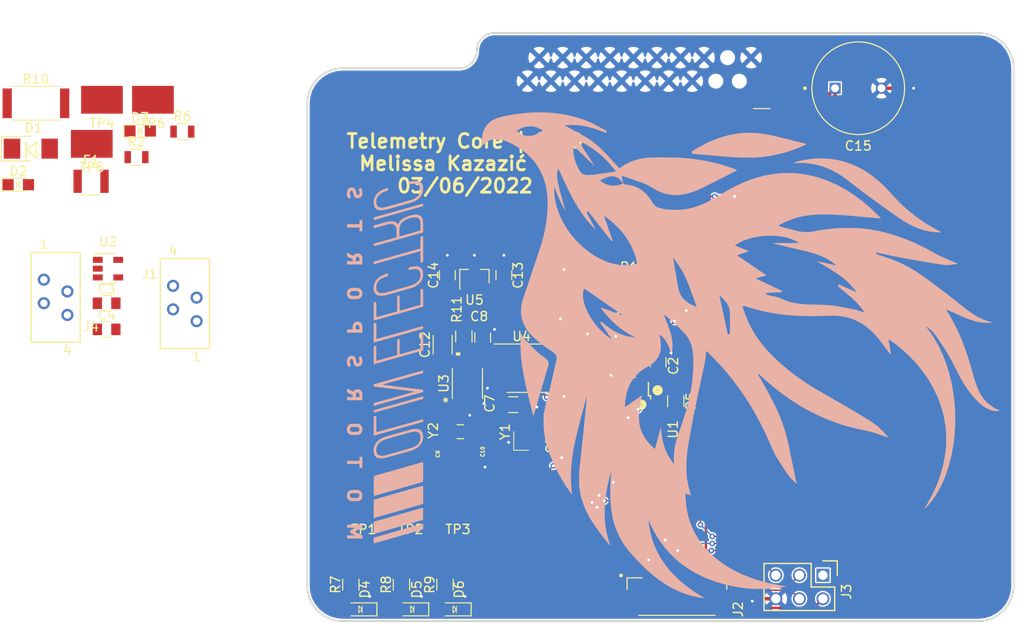
<source format=kicad_pcb>
(kicad_pcb (version 20171130) (host pcbnew 5.1.10-88a1d61d58~90~ubuntu20.04.1)
  (title_block (title "Telemetry Core V0") (comment 1 "Melissa Kazazic"))
  (layers (0 F.Cu signal) (31 B.Cu signal) (34 B.Paste user) (35 F.Paste user) (36 B.SilkS user hide) (37 F.SilkS user) (38 B.Mask user) (39 F.Mask user) (44 Edge.Cuts user))
  (net 0 "")
  (net 1 GND)
  (net 2 /12V)
  (net 3 +5V)
  (net 4 "Net-(C2-Pad1)")
  (net 5 "Net-(C3-Pad1)")
  (net 6 "Net-(C5-Pad1)")
  (net 7 "Net-(C7-Pad1)")
  (net 8 +3V3)
  (net 9 "Net-(C9-Pad1)")
  (net 10 "Net-(C10-Pad1)")
  (net 11 "Net-(C12-Pad2)")
  (net 12 "Net-(D2-Pad2)")
  (net 13 "Net-(D3-Pad2)")
  (net 14 "Net-(D4-Pad2)")
  (net 15 "Net-(D5-Pad2)")
  (net 16 "Net-(D6-Pad2)")
  (net 17 /12V_IN)
  (net 18 /CAN_P)
  (net 19 /CAN_N)
  (net 20 "Net-(J2-PadS1)")
  (net 21 "Net-(J2-PadS2)")
  (net 22 /RTS_RADIO)
  (net 23 /CTS_RADIO)
  (net 24 /MOSI)
  (net 25 /RXD_RADIO)
  (net 26 /MISO)
  (net 27 /RESET)
  (net 28 /P_LED_1)
  (net 29 /P_LED_2)
  (net 30 /P_LED_3)
  (net 31 "Net-(R11-Pad2)")
  (net 32 "Net-(U1-Pad3)")
  (net 33 /CAN_TX)
  (net 34 /CAN_RX)
  (net 35 /SO_ATMEGA)
  (net 36 /SI_ATMEGA)
  (net 37 /CSB)
  (net 38 "Net-(U1-Pad14)")
  (net 39 "Net-(U1-Pad15)")
  (net 40 "Net-(U1-Pad17)")
  (net 41 "Net-(U1-Pad18)")
  (net 42 "Net-(U1-Pad21)")
  (net 43 "Net-(U1-Pad22)")
  (net 44 "Net-(U1-Pad25)")
  (net 45 "Net-(U1-Pad28)")
  (net 46 "Net-(U1-Pad29)")
  (net 47 "Net-(U1-Pad30)")
  (net 48 "Net-(U1-Pad32)")
  (net 49 /SI_RTC)
  (net 50 /SO_RTC)
  (net 51 /SCK_RTC)
  (net 52 /CSB_RTC)
  (net 53 "Net-(U4-Pad6)")
  (net 54 "Net-(U4-Pad9)")
  (net 55 /SCK_ATMEGA)
  (net 56 "Net-(U6-Pad5)")
  (net 57 "Net-(C4-Pad1)")
  (module footprints:Logo_Large (layer B.Cu) (at 124.968 123.698 90)
    (fp_text reference G*** hide)
    (fp_text value LOGO hide)
  )
  (module footprints:phoenix (layer B.Cu) (at 163.322 122.936 180)
    (fp_text reference G*** hide)
    (fp_text value LOGO hide)
  )
  (module footprints:C_0805_OEM (layer F.Cu) (at 150.114 122.301 180)
    (fp_text reference C1 (at 2.413 -0.127 270) (layer F.SilkS))
    (fp_text value C_0.1uF hide)
    (pad 1 smd rect (at -1 0 180) (size 1 1.25) (layers F.Cu F.Paste F.Mask) (net 3 +5V))
    (pad 2 smd rect (at 1 0 180) (size 1 1.25) (layers F.Cu F.Paste F.Mask) (net 1 GND))
  )
  (module footprints:C_0805_OEM (layer F.Cu) (at 154.432 123.698 90)
    (fp_text reference C2 (at -0.381 1.651 90) (layer F.SilkS))
    (fp_text value C_100pF hide)
    (pad 2 smd rect (at 1 0 90) (size 1 1.25) (layers F.Cu F.Paste F.Mask) (net 1 GND))
    (pad 1 smd rect (at -1 0 90) (size 1 1.25) (layers F.Cu F.Paste F.Mask) (net 4 "Net-(C2-Pad1)"))
  )
  (module footprints:C_0805_OEM (layer F.Cu) (at 143.002 129.667 90)
    (fp_text reference C5 (at -2.921 -0.127 90) (layer F.SilkS))
    (fp_text value C_30pF hide)
    (pad 1 smd rect (at -1 0 90) (size 1 1.25) (layers F.Cu F.Paste F.Mask) (net 6 "Net-(C5-Pad1)"))
    (pad 2 smd rect (at 1 0 90) (size 1 1.25) (layers F.Cu F.Paste F.Mask) (net 1 GND))
  )
  (module footprints:C_0805_OEM (layer F.Cu) (at 138.811 128.27)
    (fp_text reference C7 (at -2.54 -0.127 270) (layer F.SilkS))
    (fp_text value C_30pF hide)
    (pad 2 smd rect (at 1 0) (size 1 1.25) (layers F.Cu F.Paste F.Mask) (net 1 GND))
    (pad 1 smd rect (at -1 0) (size 1 1.25) (layers F.Cu F.Paste F.Mask) (net 7 "Net-(C7-Pad1)"))
  )
  (module footprints:C_0805_OEM (layer F.Cu) (at 135.509 121.031 270)
    (fp_text reference C8 (at -2.286 0.381 180) (layer F.SilkS))
    (fp_text value C_0.1uF hide)
    (pad 2 smd rect (at 1 0 270) (size 1 1.25) (layers F.Cu F.Paste F.Mask) (net 8 +3V3))
    (pad 1 smd rect (at -1 0 270) (size 1 1.25) (layers F.Cu F.Paste F.Mask) (net 1 GND))
  )
  (module footprints:C_10pf (layer F.Cu) (at 132.08 134.239 270)
    (fp_text reference C9 (at -0.635 1.397 90) (layer F.SilkS) (effects (font (size 0.393701 0.393701))))
    (fp_text value C_10pf)
    (pad 2 smd rect (at 0.89 0 270) (size 1.14 1.47) (layers F.Cu F.Paste F.Mask) (net 1 GND))
    (pad 1 smd rect (at -0.89 0 270) (size 1.14 1.47) (layers F.Cu F.Paste F.Mask) (net 9 "Net-(C9-Pad1)"))
  )
  (module footprints:C_10pf (layer F.Cu) (at 134.112 134.239 270)
    (fp_text reference C10 (at -0.889 -1.397 90) (layer F.SilkS) (effects (font (size 0.393701 0.393701))))
    (fp_text value C_10pf)
    (pad 1 smd rect (at -0.89 0 270) (size 1.14 1.47) (layers F.Cu F.Paste F.Mask) (net 10 "Net-(C10-Pad1)"))
    (pad 2 smd rect (at 0.89 0 270) (size 1.14 1.47) (layers F.Cu F.Paste F.Mask) (net 1 GND))
  )
  (module footprints:C_0805_OEM (layer F.Cu) (at 142.494 120.523)
    (fp_text reference C11 (at -0.381 -1.651 180) (layer F.SilkS))
    (fp_text value C_0.1uF hide)
    (pad 2 smd rect (at 1 0) (size 1 1.25) (layers F.Cu F.Paste F.Mask) (net 1 GND))
    (pad 1 smd rect (at -1 0) (size 1 1.25) (layers F.Cu F.Paste F.Mask) (net 3 +5V))
  )
  (module footprints:C_1206_OEM (layer F.Cu) (at 131.191 121.793 270)
    (fp_text reference C12 (at 0 1.905 90) (layer F.SilkS))
    (fp_text value C_10nF hide)
    (pad 1 smd rect (at -1.5 0 270) (size 1 1.6) (layers F.Cu F.Paste F.Mask) (net 8 +3V3))
    (pad 2 smd rect (at 1.5 0 270) (size 1 1.6) (layers F.Cu F.Paste F.Mask) (net 11 "Net-(C12-Pad2)"))
  )
  (module footprints:C_0805_OEM (layer F.Cu) (at 137.795 114.3 90)
    (fp_text reference C13 (at 0 1.524 90) (layer F.SilkS))
    (fp_text value C_0.1uF hide)
    (pad 2 smd rect (at 1 0 90) (size 1 1.25) (layers F.Cu F.Paste F.Mask) (net 1 GND))
    (pad 1 smd rect (at -1 0 90) (size 1 1.25) (layers F.Cu F.Paste F.Mask) (net 3 +5V))
  )
  (module footprints:C_0805_OEM (layer F.Cu) (at 131.699 114.3 90)
    (fp_text reference C14 (at 0 -1.5 90) (layer F.SilkS))
    (fp_text value C_0.1uF hide)
    (pad 1 smd rect (at -1 0 90) (size 1 1.25) (layers F.Cu F.Paste F.Mask) (net 8 +3V3))
    (pad 2 smd rect (at 1 0 90) (size 1 1.25) (layers F.Cu F.Paste F.Mask) (net 1 GND))
  )
  (module footprints:C_radial_10mm_5mm (layer F.Cu) (at 176.022 94.107)
    (fp_text reference C15 (at 0 6.223) (layer F.SilkS))
    (fp_text value C_radial_10mm_5mm)
    (pad N thru_hole circle (at 2.5 0) (size 1.2 1.2) (drill 0.85) (layers *.Cu *.Mask) (net 1 GND))
    (pad P thru_hole rect (at -2.5 0) (size 1.2 1.2) (drill 0.85) (layers *.Cu *.Mask) (net 2 /12V))
  )
  (module footprints:C_0805_OEM (layer F.Cu) (at 151.384 119.38 270)
    (fp_text reference C16 (at -0.381 -1.524 90) (layer F.SilkS))
    (fp_text value C_0.1uF hide)
    (pad 1 smd rect (at -1 0 270) (size 1 1.25) (layers F.Cu F.Paste F.Mask) (net 3 +5V))
    (pad 2 smd rect (at 1 0 270) (size 1 1.25) (layers F.Cu F.Paste F.Mask) (net 1 GND))
  )
  (module footprints:LED_0805_OEM (layer F.Cu) (at 122.301 150.368 180)
    (fp_text reference D4 (at -0.508 2.159 90) (layer F.SilkS))
    (fp_text value LED_0805 hide)
    (pad 2 smd rect (at 1.1 0) (size 1.2 1.2) (layers F.Cu F.Paste F.Mask) (net 14 "Net-(D4-Pad2)"))
    (pad 1 smd rect (at -1.1 0) (size 1.2 1.2) (layers F.Cu F.Paste F.Mask) (net 1 GND))
  )
  (module footprints:LED_0805_OEM (layer F.Cu) (at 127.889 150.368 180)
    (fp_text reference D5 (at -0.508 2.159 90) (layer F.SilkS))
    (fp_text value LED_0805 hide)
    (pad 2 smd rect (at 1.1 0) (size 1.2 1.2) (layers F.Cu F.Paste F.Mask) (net 15 "Net-(D5-Pad2)"))
    (pad 1 smd rect (at -1.1 0) (size 1.2 1.2) (layers F.Cu F.Paste F.Mask) (net 1 GND))
  )
  (module footprints:LED_0805_OEM (layer F.Cu) (at 132.461 150.368 180)
    (fp_text reference D6 (at -0.508 2.159 90) (layer F.SilkS))
    (fp_text value LED_0805 hide)
    (pad 1 smd rect (at -1.1 0) (size 1.2 1.2) (layers F.Cu F.Paste F.Mask) (net 1 GND))
    (pad 2 smd rect (at 1.1 0) (size 1.2 1.2) (layers F.Cu F.Paste F.Mask) (net 16 "Net-(D6-Pad2)"))
  )
  (module footprints:SOT-23-3_OEM (layer F.Cu) (at 166.624 97.917 180)
    (fp_text reference D7 (at 0.762 -2.667) (layer F.SilkS))
    (fp_text value BAT400D-7-F hide)
    (pad 3 smd rect (at 2 -1.05 180) (size 0.9 0.8) (layers F.Cu F.Paste F.Mask))
    (pad 2 smd rect (at 2 1.05 180) (size 0.9 0.8) (layers F.Cu F.Paste F.Mask) (net 17 /12V_IN))
    (pad 1 smd rect (at 0 0 180) (size 0.9 0.8) (layers F.Cu F.Paste F.Mask) (net 2 /12V))
  )
  (module footprints:JST_SM06B-GHS-TB_LF__SN_ (layer F.Cu) (at 156.464 148.59)
    (fp_text reference J2 (at 6.604 1.778 270) (layer F.SilkS))
    (fp_text value JST_SM06B-GHS-TB_LF__SN_)
    (pad 1 smd rect (at -3.125 -1.875) (size 0.6 1.7) (layers F.Cu F.Paste F.Mask) (net 1 GND))
    (pad 2 smd rect (at -1.875 -1.875) (size 0.6 1.7) (layers F.Cu F.Paste F.Mask) (net 25 /RXD_RADIO))
    (pad 3 smd rect (at -0.625 -1.875) (size 0.6 1.7) (layers F.Cu F.Paste F.Mask) (net 24 /MOSI))
    (pad 4 smd rect (at 0.625 -1.875) (size 0.6 1.7) (layers F.Cu F.Paste F.Mask) (net 23 /CTS_RADIO))
    (pad 5 smd rect (at 1.875 -1.875) (size 0.6 1.7) (layers F.Cu F.Paste F.Mask) (net 22 /RTS_RADIO))
    (pad 6 smd rect (at 3.125 -1.875) (size 0.6 1.7) (layers F.Cu F.Paste F.Mask) (net 3 +5V))
    (pad S2 smd rect (at 4.975 1.325) (size 1 2.7) (layers F.Cu F.Paste F.Mask) (net 21 "Net-(J2-PadS2)"))
    (pad S1 smd rect (at -4.975 1.325) (size 1 2.7) (layers F.Cu F.Paste F.Mask) (net 20 "Net-(J2-PadS1)"))
  )
  (module footprints:Pin_Header_Straight_2x03 (layer F.Cu) (at 172.212 146.685 270)
    (fp_text reference J3 (at 1.778 -2.54 90) (layer F.SilkS))
    (fp_text value CONN_02X03 hide)
    (pad 1 thru_hole rect (at 0 0 270) (size 1.4 1.4) (drill 1.016) (layers *.Cu *.Mask) (net 26 /MISO))
    (pad 2 thru_hole circle (at 2.54 0 270) (size 1.4 1.4) (drill 1.016) (layers *.Cu *.Mask) (net 3 +5V))
    (pad 3 thru_hole circle (at 0 2.54 270) (size 1.4 1.4) (drill 1.016) (layers *.Cu *.Mask) (net 25 /RXD_RADIO))
    (pad 4 thru_hole circle (at 2.54 2.54 270) (size 1.4 1.4) (drill 1.016) (layers *.Cu *.Mask) (net 24 /MOSI))
    (pad 5 thru_hole circle (at 0 5.08 270) (size 1.4 1.4) (drill 1.016) (layers *.Cu *.Mask) (net 27 /RESET))
    (pad 6 thru_hole circle (at 2.54 5.08 270) (size 1.4 1.4) (drill 1.016) (layers *.Cu *.Mask) (net 1 GND))
  )
  (module footprints:R_0805_OEM (layer F.Cu) (at 151.384 124.46)
    (fp_text reference R1 (at -3.048 -0.381 270) (layer F.SilkS))
    (fp_text value R_100 hide)
    (pad 1 smd rect (at -0.95 0) (size 0.7 1.3) (layers F.Cu F.Paste F.Mask) (net 3 +5V))
    (pad 2 smd rect (at 0.95 0) (size 0.7 1.3) (layers F.Cu F.Paste F.Mask) (net 4 "Net-(C2-Pad1)"))
  )
  (module footprints:R_0805_OEM (layer F.Cu) (at 156.337 127.889 270)
    (fp_text reference R5 (at 0 -1.65 90) (layer F.SilkS))
    (fp_text value R_10K hide)
    (pad 1 smd rect (at -0.95 0 270) (size 0.7 1.3) (layers F.Cu F.Paste F.Mask) (net 3 +5V))
    (pad 2 smd rect (at 0.95 0 270) (size 0.7 1.3) (layers F.Cu F.Paste F.Mask) (net 27 /RESET))
  )
  (module footprints:R_0805_OEM (layer F.Cu) (at 121.285 147.701 90)
    (fp_text reference R7 (at 0 -1.65 90) (layer F.SilkS))
    (fp_text value R_200 hide)
    (pad 2 smd rect (at 0.95 0 90) (size 0.7 1.3) (layers F.Cu F.Paste F.Mask) (net 28 /P_LED_1))
    (pad 1 smd rect (at -0.95 0 90) (size 0.7 1.3) (layers F.Cu F.Paste F.Mask) (net 14 "Net-(D4-Pad2)"))
  )
  (module footprints:R_0805_OEM (layer F.Cu) (at 126.746 147.701 90)
    (fp_text reference R8 (at 0 -1.65 90) (layer F.SilkS))
    (fp_text value R_200 hide)
    (pad 2 smd rect (at 0.95 0 90) (size 0.7 1.3) (layers F.Cu F.Paste F.Mask) (net 29 /P_LED_2))
    (pad 1 smd rect (at -0.95 0 90) (size 0.7 1.3) (layers F.Cu F.Paste F.Mask) (net 15 "Net-(D5-Pad2)"))
  )
  (module footprints:R_0805_OEM (layer F.Cu) (at 131.445 147.701 90)
    (fp_text reference R9 (at 0 -1.65 90) (layer F.SilkS))
    (fp_text value R_200 hide)
    (pad 1 smd rect (at -0.95 0 90) (size 0.7 1.3) (layers F.Cu F.Paste F.Mask) (net 16 "Net-(D6-Pad2)"))
    (pad 2 smd rect (at 0.95 0 90) (size 0.7 1.3) (layers F.Cu F.Paste F.Mask) (net 30 /P_LED_3))
  )
  (module footprints:R_0805_OEM (layer F.Cu) (at 133.477 120.904 270)
    (fp_text reference R11 (at -2.921 0.762 270) (layer F.SilkS))
    (fp_text value R_475 hide)
    (pad 1 smd rect (at -0.95 0 270) (size 0.7 1.3) (layers F.Cu F.Paste F.Mask) (net 8 +3V3))
    (pad 2 smd rect (at 0.95 0 270) (size 0.7 1.3) (layers F.Cu F.Paste F.Mask) (net 31 "Net-(R11-Pad2)"))
  )
  (module footprints:R_0805_OEM (layer F.Cu) (at 151.384 115.824 90)
    (fp_text reference R12 (at 2.413 0.381) (layer F.SilkS))
    (fp_text value R_120_DNP hide)
    (pad 2 smd rect (at 0.95 0 90) (size 0.7 1.3) (layers F.Cu F.Paste F.Mask) (net 19 /CAN_N))
    (pad 1 smd rect (at -0.95 0 90) (size 0.7 1.3) (layers F.Cu F.Paste F.Mask) (net 18 /CAN_P))
  )
  (module footprints:Test_Point_SMD (layer F.Cu) (at 122.682 144.272 180)
    (fp_text reference TP1 (at 0 2.54) (layer F.SilkS))
    (fp_text value Test_Point_SMD hide)
    (pad 1 smd rect (at 0 0 180) (size 4.5 3) (layers F.Cu F.Paste F.Mask) (net 28 /P_LED_1))
  )
  (module footprints:Test_Point_SMD (layer F.Cu) (at 127.762 144.272 180)
    (fp_text reference TP2 (at 0 2.54) (layer F.SilkS))
    (fp_text value Test_Point_SMD hide)
    (pad 1 smd rect (at 0 0 180) (size 4.5 3) (layers F.Cu F.Paste F.Mask) (net 29 /P_LED_2))
  )
  (module footprints:Test_Point_SMD (layer F.Cu) (at 132.842 144.272 180)
    (fp_text reference TP3 (at 0 2.54) (layer F.SilkS))
    (fp_text value Test_Point_SMD)
    (pad 1 smd rect (at 0 0 180) (size 4.5 3) (layers F.Cu F.Paste F.Mask) (net 30 /P_LED_3))
  )
  (module footprints:TQFP-32_7x7mm_Pitch0.8mm (layer F.Cu) (at 149.987 130.937 270)
    (fp_text reference U1 (at 0 -6.05 90) (layer F.SilkS))
    (fp_text value ATMEGA16M1 hide)
    (pad 1 smd rect (at -4.25 -2.8 270) (size 1.6 0.55) (layers F.Cu F.Paste F.Mask) (net 26 /MISO))
    (pad 2 smd rect (at -4.25 -2 270) (size 1.6 0.55) (layers F.Cu F.Paste F.Mask) (net 24 /MOSI))
    (pad 3 smd rect (at -4.25 -1.2 270) (size 1.6 0.55) (layers F.Cu F.Paste F.Mask) (net 32 "Net-(U1-Pad3)"))
    (pad 4 smd rect (at -4.25 -0.4 270) (size 1.6 0.55) (layers F.Cu F.Paste F.Mask) (net 3 +5V))
    (pad 5 smd rect (at -4.25 0.4 270) (size 1.6 0.55) (layers F.Cu F.Paste F.Mask) (net 1 GND))
    (pad 6 smd rect (at -4.25 1.2 270) (size 1.6 0.55) (layers F.Cu F.Paste F.Mask) (net 33 /CAN_TX))
    (pad 7 smd rect (at -4.25 2 270) (size 1.6 0.55) (layers F.Cu F.Paste F.Mask) (net 34 /CAN_RX))
    (pad 8 smd rect (at -4.25 2.8 270) (size 1.6 0.55) (layers F.Cu F.Paste F.Mask) (net 35 /SO_ATMEGA))
    (pad 9 smd rect (at -2.8 4.25) (size 1.6 0.55) (layers F.Cu F.Paste F.Mask) (net 36 /SI_ATMEGA))
    (pad 10 smd rect (at -2 4.25) (size 1.6 0.55) (layers F.Cu F.Paste F.Mask) (net 7 "Net-(C7-Pad1)"))
    (pad 11 smd rect (at -1.2 4.25) (size 1.6 0.55) (layers F.Cu F.Paste F.Mask) (net 6 "Net-(C5-Pad1)"))
    (pad 12 smd rect (at -0.4 4.25) (size 1.6 0.55) (layers F.Cu F.Paste F.Mask) (net 25 /RXD_RADIO))
    (pad 13 smd rect (at 0.4 4.25) (size 1.6 0.55) (layers F.Cu F.Paste F.Mask) (net 37 /CSB))
    (pad 14 smd rect (at 1.2 4.25) (size 1.6 0.55) (layers F.Cu F.Paste F.Mask) (net 38 "Net-(U1-Pad14)"))
    (pad 15 smd rect (at 2 4.25) (size 1.6 0.55) (layers F.Cu F.Paste F.Mask) (net 39 "Net-(U1-Pad15)"))
    (pad 16 smd rect (at 2.8 4.25) (size 1.6 0.55) (layers F.Cu F.Paste F.Mask) (net 28 /P_LED_1))
    (pad 17 smd rect (at 4.25 2.8 270) (size 1.6 0.55) (layers F.Cu F.Paste F.Mask) (net 40 "Net-(U1-Pad17)"))
    (pad 18 smd rect (at 4.25 2 270) (size 1.6 0.55) (layers F.Cu F.Paste F.Mask) (net 41 "Net-(U1-Pad18)"))
    (pad 19 smd rect (at 4.25 1.2 270) (size 1.6 0.55) (layers F.Cu F.Paste F.Mask) (net 4 "Net-(C2-Pad1)"))
    (pad 20 smd rect (at 4.25 0.4 270) (size 1.6 0.55) (layers F.Cu F.Paste F.Mask) (net 1 GND))
    (pad 21 smd rect (at 4.25 -0.4 270) (size 1.6 0.55) (layers F.Cu F.Paste F.Mask) (net 42 "Net-(U1-Pad21)"))
    (pad 22 smd rect (at 4.25 -1.2 270) (size 1.6 0.55) (layers F.Cu F.Paste F.Mask) (net 43 "Net-(U1-Pad22)"))
    (pad 23 smd rect (at 4.25 -2 270) (size 1.6 0.55) (layers F.Cu F.Paste F.Mask) (net 29 /P_LED_2))
    (pad 24 smd rect (at 4.25 -2.8 270) (size 1.6 0.55) (layers F.Cu F.Paste F.Mask) (net 30 /P_LED_3))
    (pad 25 smd rect (at 2.8 -4.25) (size 1.6 0.55) (layers F.Cu F.Paste F.Mask) (net 44 "Net-(U1-Pad25)"))
    (pad 26 smd rect (at 2 -4.25) (size 1.6 0.55) (layers F.Cu F.Paste F.Mask) (net 23 /CTS_RADIO))
    (pad 27 smd rect (at 1.2 -4.25) (size 1.6 0.55) (layers F.Cu F.Paste F.Mask) (net 22 /RTS_RADIO))
    (pad 28 smd rect (at 0.4 -4.25) (size 1.6 0.55) (layers F.Cu F.Paste F.Mask) (net 45 "Net-(U1-Pad28)"))
    (pad 29 smd rect (at -0.4 -4.25) (size 1.6 0.55) (layers F.Cu F.Paste F.Mask) (net 46 "Net-(U1-Pad29)"))
    (pad 30 smd rect (at -1.2 -4.25) (size 1.6 0.55) (layers F.Cu F.Paste F.Mask) (net 47 "Net-(U1-Pad30)"))
    (pad 31 smd rect (at -2 -4.25) (size 1.6 0.55) (layers F.Cu F.Paste F.Mask) (net 27 /RESET))
    (pad 32 smd rect (at -2.8 -4.25) (size 1.6 0.55) (layers F.Cu F.Paste F.Mask) (net 48 "Net-(U1-Pad32)"))
  )
  (module Package_SO:TSSOP-14_4.4x5mm_P0.65mm (layer F.Cu) (at 140.335 124.333)
    (fp_text reference U4 (at -0.635 -3.429) (layer F.SilkS))
    (fp_text value TXB0104PW)
    (pad 1 smd roundrect (at -2.8625 -1.95) (size 1.475 0.4) (layers F.Cu F.Paste F.Mask) (net 8 +3V3))
    (pad 2 smd roundrect (at -2.8625 -1.3) (size 1.475 0.4) (layers F.Cu F.Paste F.Mask) (net 49 /SI_RTC))
    (pad 3 smd roundrect (at -2.8625 -0.65) (size 1.475 0.4) (layers F.Cu F.Paste F.Mask) (net 50 /SO_RTC))
    (pad 4 smd roundrect (at -2.8625 0) (size 1.475 0.4) (layers F.Cu F.Paste F.Mask) (net 51 /SCK_RTC))
    (pad 5 smd roundrect (at -2.8625 0.65) (size 1.475 0.4) (layers F.Cu F.Paste F.Mask) (net 52 /CSB_RTC))
    (pad 6 smd roundrect (at -2.8625 1.3) (size 1.475 0.4) (layers F.Cu F.Paste F.Mask) (net 53 "Net-(U4-Pad6)"))
    (pad 7 smd roundrect (at -2.8625 1.95) (size 1.475 0.4) (layers F.Cu F.Paste F.Mask) (net 1 GND))
    (pad 8 smd roundrect (at 2.8625 1.95) (size 1.475 0.4) (layers F.Cu F.Paste F.Mask) (net 8 +3V3))
    (pad 9 smd roundrect (at 2.8625 1.3) (size 1.475 0.4) (layers F.Cu F.Paste F.Mask) (net 54 "Net-(U4-Pad9)"))
    (pad 10 smd roundrect (at 2.8625 0.65) (size 1.475 0.4) (layers F.Cu F.Paste F.Mask) (net 37 /CSB))
    (pad 11 smd roundrect (at 2.8625 0) (size 1.475 0.4) (layers F.Cu F.Paste F.Mask) (net 55 /SCK_ATMEGA))
    (pad 12 smd roundrect (at 2.8625 -0.65) (size 1.475 0.4) (layers F.Cu F.Paste F.Mask) (net 35 /SO_ATMEGA))
    (pad 13 smd roundrect (at 2.8625 -1.3) (size 1.475 0.4) (layers F.Cu F.Paste F.Mask) (net 36 /SI_ATMEGA))
    (pad 14 smd roundrect (at 2.8625 -1.95) (size 1.475 0.4) (layers F.Cu F.Paste F.Mask) (net 3 +5V))
  )
  (module Package_TO_SOT_SMD:SOT-23 (layer F.Cu) (at 134.62 114.427 90)
    (fp_text reference U5 (at -2.54 0) (layer F.SilkS))
    (fp_text value LM3480-3.3)
    (pad 1 smd rect (at -1 -0.95 90) (size 0.9 0.8) (layers F.Cu F.Paste F.Mask) (net 8 +3V3))
    (pad 2 smd rect (at -1 0.95 90) (size 0.9 0.8) (layers F.Cu F.Paste F.Mask) (net 3 +5V))
    (pad 3 smd rect (at 1 0 90) (size 0.9 0.8) (layers F.Cu F.Paste F.Mask) (net 1 GND))
  )
  (module footprints:SOIC-8_3.9x4.9mm_Pitch1.27mm_OEM (layer F.Cu) (at 147.574 116.332 90)
    (fp_text reference U6 (at 0 -3.5 90) (layer F.SilkS))
    (fp_text value MCP2561-E_SN hide)
    (pad 1 smd rect (at -2.7 -1.905 90) (size 1.55 0.6) (layers F.Cu F.Paste F.Mask) (net 33 /CAN_TX))
    (pad 2 smd rect (at -2.7 -0.635 90) (size 1.55 0.6) (layers F.Cu F.Paste F.Mask) (net 1 GND))
    (pad 3 smd rect (at -2.7 0.635 90) (size 1.55 0.6) (layers F.Cu F.Paste F.Mask) (net 3 +5V))
    (pad 4 smd rect (at -2.7 1.905 90) (size 1.55 0.6) (layers F.Cu F.Paste F.Mask) (net 34 /CAN_RX))
    (pad 5 smd rect (at 2.7 1.905 90) (size 1.55 0.6) (layers F.Cu F.Paste F.Mask) (net 56 "Net-(U6-Pad5)"))
    (pad 6 smd rect (at 2.7 0.635 90) (size 1.55 0.6) (layers F.Cu F.Paste F.Mask) (net 19 /CAN_N))
    (pad 7 smd rect (at 2.7 -0.635 90) (size 1.55 0.6) (layers F.Cu F.Paste F.Mask) (net 18 /CAN_P))
    (pad 8 smd rect (at 2.7 -1.905 90) (size 1.55 0.6) (layers F.Cu F.Paste F.Mask) (net 1 GND))
  )
  (module footprints:Crystal_SMD_FA238 (layer F.Cu) (at 140.462 131.191 90)
    (fp_text reference Y1 (at 0 -2.54 90) (layer F.SilkS))
    (fp_text value Crystal_SMD hide)
    (pad 1 smd rect (at -1.1 0.8 90) (size 1.4 1.2) (layers F.Cu F.Mask) (net 6 "Net-(C5-Pad1)"))
    (pad 2 smd rect (at 1.1 0.8 90) (size 1.4 1.2) (layers F.Cu F.Mask) (net 1 GND))
    (pad 3 smd rect (at 1.1 -0.8 90) (size 1.4 1.2) (layers F.Cu F.Mask) (net 7 "Net-(C7-Pad1)"))
    (pad 4 smd rect (at -1.1 -0.8 90) (size 1.4 1.2) (layers F.Cu F.Mask) (net 1 GND))
  )
  (module footprints:Crystal_32_768kHZ (layer F.Cu) (at 133.096 131.191)
    (fp_text reference Y2 (at -2.921 -0.127 270) (layer F.SilkS))
    (fp_text value Crystal_32_768kHz)
    (pad 2 smd rect (at 1.25 0) (size 1.1 1.9) (layers F.Cu F.Paste F.Mask) (net 10 "Net-(C10-Pad1)"))
    (pad 1 smd rect (at -1.25 0) (size 1.1 1.9) (layers F.Cu F.Paste F.Mask) (net 9 "Net-(C9-Pad1)"))
  )
  (module footprints:MCP79511_I_MS (layer F.Cu) (at 133.858 125.984 90)
    (fp_text reference U3 (at 0 -2.54 90) (layer F.SilkS))
    (fp_text value MCP79511-I_MS hide)
    (fp_text user * (at -1.778 -2.032 90) (layer F.SilkS))
    (pad 10 smd rect (at 2.0447 -1.000001 90) (size 1.524 0.3302) (layers F.Cu F.Paste F.Mask) (net 11 "Net-(C12-Pad2)"))
    (pad 9 smd rect (at 2.0447 -0.499999 90) (size 1.524 0.3302) (layers F.Cu F.Paste F.Mask) (net 31 "Net-(R11-Pad2)"))
    (pad 8 smd rect (at 2.0447 0 90) (size 1.524 0.3302) (layers F.Cu F.Paste F.Mask) (net 51 /SCK_RTC))
    (pad 7 smd rect (at 2.0447 0.499999 90) (size 1.524 0.3302) (layers F.Cu F.Paste F.Mask) (net 50 /SO_RTC))
    (pad 6 smd rect (at 2.0447 1.000001 90) (size 1.524 0.3302) (layers F.Cu F.Paste F.Mask) (net 49 /SI_RTC))
    (pad 5 smd rect (at -2.0447 1.000001 90) (size 1.524 0.3302) (layers F.Cu F.Paste F.Mask) (net 1 GND))
    (pad 4 smd rect (at -2.0447 0.499999 90) (size 1.524 0.3302) (layers F.Cu F.Paste F.Mask) (net 52 /CSB_RTC))
    (pad 3 smd rect (at -2.0447 0 90) (size 1.524 0.3302) (layers F.Cu F.Paste F.Mask) (net 1 GND))
    (pad 2 smd rect (at -2.0447 -0.499999 90) (size 1.524 0.3302) (layers F.Cu F.Paste F.Mask) (net 10 "Net-(C10-Pad1)"))
    (pad 1 smd rect (at -2.0447 -1.000001 90) (size 1.524 0.3302) (layers F.Cu F.Paste F.Mask) (net 9 "Net-(C9-Pad1)"))
  )
  (module footprints:C_0805_OEM (layer F.Cu) (at 94.939001 117.320001)
    (fp_text reference C3 (at 0 -1.5) (layer F.SilkS))
    (fp_text value C_1uF hide)
    (pad 2 smd rect (at 1 0) (size 1 1.25) (layers F.Cu F.Paste F.Mask) (net 1 GND))
    (pad 1 smd rect (at -1 0) (size 1 1.25) (layers F.Cu F.Paste F.Mask) (net 5 "Net-(C3-Pad1)"))
  )
  (module footprints:C_0805_OEM (layer F.Cu) (at 94.939001 120.140001)
    (fp_text reference C4 (at 0 -1.5) (layer F.SilkS))
    (fp_text value C_1uF hide)
    (pad 1 smd rect (at -1 0) (size 1 1.25) (layers F.Cu F.Paste F.Mask) (net 57 "Net-(C4-Pad1)"))
    (pad 2 smd rect (at 1 0) (size 1 1.25) (layers F.Cu F.Paste F.Mask) (net 1 GND))
  )
  (module footprints:micromatch_female_ra_4 (layer F.Cu) (at 104.648 114.173 180)
    (fp_text reference J1 (at 5.08 0) (layer F.SilkS))
    (fp_text value MM_F_RA_04 hide)
    (fp_text user 4 (at 2.54 2.54) (layer F.SilkS))
    (fp_text user 1 (at 0 -8.89) (layer F.SilkS))
    (pad 3 thru_hole circle (at 0 -2.54 180) (size 1.3 1.3) (drill 0.8) (layers *.Cu *.Mask) (net 18 /CAN_P))
    (pad 1 thru_hole circle (at 0 -5.08 180) (size 1.3 1.3) (drill 0.8) (layers *.Cu *.Mask) (net 1 GND))
    (pad 2 thru_hole circle (at 2.54 -3.81 180) (size 1.3 1.3) (drill 0.8) (layers *.Cu *.Mask) (net 17 /12V_IN))
    (pad 4 thru_hole circle (at 2.54 -1.27 180) (size 1.3 1.3) (drill 0.8) (layers *.Cu *.Mask) (net 19 /CAN_N))
  )
  (module footprints:micromatch_female_ra_4 (layer F.Cu) (at 88.169001 119.855001)
    (fp_text reference J4 (at 5.08 0) (layer F.SilkS))
    (fp_text value MM_F_RA_04 hide)
    (fp_text user 1 (at 0 -8.89) (layer F.SilkS))
    (fp_text user 4 (at 2.54 2.54) (layer F.SilkS))
    (pad 4 thru_hole circle (at 2.54 -1.27) (size 1.3 1.3) (drill 0.8) (layers *.Cu *.Mask) (net 19 /CAN_N))
    (pad 2 thru_hole circle (at 2.54 -3.81) (size 1.3 1.3) (drill 0.8) (layers *.Cu *.Mask) (net 17 /12V_IN))
    (pad 1 thru_hole circle (at 0 -5.08) (size 1.3 1.3) (drill 0.8) (layers *.Cu *.Mask) (net 1 GND))
    (pad 3 thru_hole circle (at 0 -2.54) (size 1.3 1.3) (drill 0.8) (layers *.Cu *.Mask) (net 18 /CAN_P))
  )
  (module footprints:SOT-23-5 (layer F.Cu) (at 95.089001 113.585001)
    (fp_text reference U2 (at 0 -2.9) (layer F.SilkS))
    (fp_text value AP7370)
    (pad 1 smd rect (at -1.1 -0.95) (size 1.06 0.65) (layers F.Cu F.Paste F.Mask) (net 5 "Net-(C3-Pad1)"))
    (pad 2 smd rect (at -1.1 0) (size 1.06 0.65) (layers F.Cu F.Paste F.Mask) (net 1 GND))
    (pad 3 smd rect (at -1.1 0.95) (size 1.06 0.65) (layers F.Cu F.Paste F.Mask))
    (pad 4 smd rect (at 1.1 0.95) (size 1.06 0.65) (layers F.Cu F.Paste F.Mask))
    (pad 5 smd rect (at 1.1 -0.95) (size 1.06 0.65) (layers F.Cu F.Paste F.Mask) (net 57 "Net-(C4-Pad1)"))
  )
  (module footprints:DO-214AA (layer F.Cu) (at 86.766001 100.631501)
    (fp_text reference D1 (at 0.3 -2.25) (layer F.SilkS))
    (fp_text value D_Zener_18V hide)
    (pad 2 smd rect (at 2.032 0 180) (size 1.778 2.159) (layers F.Cu F.Paste F.Mask) (net 1 GND))
    (pad 1 smd rect (at -2.032 0 180) (size 1.778 2.159) (layers F.Cu F.Paste F.Mask) (net 5 "Net-(C3-Pad1)"))
  )
  (module footprints:LED_0805_OEM (layer F.Cu) (at 85.414001 104.518001)
    (fp_text reference D2 (at 0 -1.45) (layer F.SilkS))
    (fp_text value LED_0805 hide)
    (pad 2 smd rect (at 1.1 0 180) (size 1.2 1.2) (layers F.Cu F.Paste F.Mask) (net 12 "Net-(D2-Pad2)"))
    (pad 1 smd rect (at -1.1 0 180) (size 1.2 1.2) (layers F.Cu F.Paste F.Mask) (net 1 GND))
  )
  (module footprints:LED_0805_OEM (layer F.Cu) (at 98.564001 98.728001)
    (fp_text reference D3 (at 0 -1.45) (layer F.SilkS))
    (fp_text value LED_0805 hide)
    (pad 1 smd rect (at -1.1 0 180) (size 1.2 1.2) (layers F.Cu F.Paste F.Mask) (net 1 GND))
    (pad 2 smd rect (at 1.1 0 180) (size 1.2 1.2) (layers F.Cu F.Paste F.Mask) (net 13 "Net-(D3-Pad2)"))
  )
  (module footprints:Fuse_1210 (layer F.Cu) (at 93.264001 104.153001)
    (fp_text reference F1 (at 0 -2.25) (layer F.SilkS))
    (fp_text value F_500mA_16V hide)
    (pad 1 smd rect (at -1.45 0) (size 0.9 2.5) (layers F.Cu F.Paste F.Mask) (net 5 "Net-(C3-Pad1)"))
    (pad 2 smd rect (at 1.45 0) (size 0.9 2.5) (layers F.Cu F.Paste F.Mask) (net 2 /12V))
  )
  (module footprints:R_0805_OEM (layer F.Cu) (at 98.164001 101.543001)
    (fp_text reference R2 (at 0 -1.65) (layer F.SilkS))
    (fp_text value R_1K hide)
    (pad 1 smd rect (at -0.95 0) (size 0.7 1.3) (layers F.Cu F.Paste F.Mask) (net 5 "Net-(C3-Pad1)"))
    (pad 2 smd rect (at 0.95 0) (size 0.7 1.3) (layers F.Cu F.Paste F.Mask) (net 12 "Net-(D2-Pad2)"))
  )
  (module footprints:R_0805_OEM (layer F.Cu) (at 103.114001 98.793001)
    (fp_text reference R6 (at 0 -1.65) (layer F.SilkS))
    (fp_text value R_200 hide)
    (pad 2 smd rect (at 0.95 0) (size 0.7 1.3) (layers F.Cu F.Paste F.Mask) (net 13 "Net-(D3-Pad2)"))
    (pad 1 smd rect (at -0.95 0) (size 0.7 1.3) (layers F.Cu F.Paste F.Mask) (net 57 "Net-(C4-Pad1)"))
  )
  (module footprints:R_2512_OEM (layer F.Cu) (at 87.314001 95.733001)
    (fp_text reference R10 (at 0 -2.6) (layer F.SilkS))
    (fp_text value R_0_2512 hide)
    (pad 1 smd rect (at -3.1 0) (size 1 3.2) (layers F.Cu F.Paste F.Mask) (net 3 +5V))
    (pad 2 smd rect (at 3.1 0) (size 1 3.2) (layers F.Cu F.Paste F.Mask) (net 57 "Net-(C4-Pad1)"))
  )
  (module footprints:Test_Point_SMD (layer F.Cu) (at 94.439 95.353)
    (fp_text reference TP4 (at 0 2.54) (layer F.SilkS))
    (fp_text value Test_Point_SMD)
    (pad 1 smd rect (at 0 0) (size 4.5 3) (layers F.Cu F.Paste F.Mask) (net 3 +5V))
  )
  (module footprints:Test_Point_SMD (layer F.Cu) (at 93.339 100.113)
    (fp_text reference TP5 (at 0 2.54) (layer F.SilkS))
    (fp_text value Test_Point_SMD)
    (pad 1 smd rect (at 0 0) (size 4.5 3) (layers F.Cu F.Paste F.Mask) (net 2 /12V))
  )
  (module footprints:Test_Point_SMD (layer F.Cu) (at 99.939 95.353)
    (fp_text reference TP6 (at 0 2.54) (layer F.SilkS))
    (fp_text value Test_Point_SMD)
    (pad 1 smd rect (at 0 0) (size 4.5 3) (layers F.Cu F.Paste F.Mask) (net 1 GND))
  )
  (gr_text "Telemetry Core | V1.0\nMelissa Kazazić '24\n03/06/2022" (at 133.604 102.235) (layer F.SilkS) (effects (font (size 1.5 1.5) (thickness 0.3))))
  (gr_arc (start 120.396 95.757999) (end 120.396 91.947999) (angle -90) (layer Edge.Cuts) (width 0.2))
  (gr_line (start 182.625999 88.137999) (end 188.976 88.137999) (layer Edge.Cuts) (width 0.2))
  (gr_line (start 175.005999 88.137999) (end 178.816 88.137999) (layer Edge.Cuts) (width 0.2))
  (gr_line (start 120.396 151.637999) (end 188.976 151.637999) (layer Edge.Cuts) (width 0.2))
  (gr_line (start 178.816 88.137999) (end 182.625999 88.137999) (layer Edge.Cuts) (width 0.2))
  (gr_line (start 116.586 147.827999) (end 116.586 95.757999) (layer Edge.Cuts) (width 0.2))
  (gr_line (start 137.413999 88.137999) (end 167.385999 88.137999) (layer Edge.Cuts) (width 0.2))
  (gr_arc (start 132.968999 90.042999) (end 132.968999 91.947999) (angle -90) (layer Edge.Cuts) (width 0.2))
  (gr_line (start 120.396 91.947999) (end 132.968999 91.947999) (layer Edge.Cuts) (width 0.2))
  (gr_arc (start 136.778999 90.042999) (end 136.778999 88.137999) (angle -90) (layer Edge.Cuts) (width 0.2))
  (gr_line (start 167.385999 88.137999) (end 171.195999 88.137999) (layer Edge.Cuts) (width 0.2))
  (gr_line (start 192.786 147.827999) (end 192.786 91.948) (layer Edge.Cuts) (width 0.2))
  (gr_line (start 171.195999 88.137999) (end 175.005999 88.137999) (layer Edge.Cuts) (width 0.2))
  (gr_line (start 136.778999 88.137999) (end 137.413999 88.137999) (layer Edge.Cuts) (width 0.2))
  (gr_arc (start 120.396 147.827999) (end 116.586 147.827999) (angle -90) (layer Edge.Cuts) (width 0.2))
  (gr_arc (start 188.976 147.827999) (end 188.976 151.637999) (angle -90) (layer Edge.Cuts) (width 0.2))
  (gr_arc (start 188.976 91.948) (end 192.786 91.948) (angle -90) (layer Edge.Cuts) (width 0.2))
  (via (at 135.636 128.143) (size 0.6096) (drill 0.3048) (layers F.Cu B.Cu) (net 1))
  (segment (start 135.5217 128.0287) (end 135.636 128.143) (width 0.254) (layer F.Cu) (net 1))
  (segment (start 134.858001 128.0287) (end 135.5217 128.0287) (width 0.254) (layer F.Cu) (net 1))
  (via (at 136.779 120.142) (size 0.6096) (drill 0.3048) (layers F.Cu B.Cu) (net 1))
  (segment (start 133.561 150.368) (end 133.561 150.325) (width 0.381) (layer F.Cu) (net 1))
  (via (at 133.604 148.971) (size 0.6096) (drill 0.3048) (layers F.Cu B.Cu) (net 1))
  (segment (start 133.561 149.014) (end 133.604 148.971) (width 0.381) (layer F.Cu) (net 1))
  (segment (start 133.561 150.368) (end 133.561 149.014) (width 0.381) (layer F.Cu) (net 1))
  (via (at 128.905 148.971) (size 0.6096) (drill 0.3048) (layers F.Cu B.Cu) (net 1))
  (segment (start 128.989 149.055) (end 128.905 148.971) (width 0.381) (layer F.Cu) (net 1))
  (segment (start 128.989 150.368) (end 128.989 149.055) (width 0.381) (layer F.Cu) (net 1))
  (segment (start 123.401 149.055) (end 123.317 148.971) (width 0.381) (layer F.Cu) (net 1))
  (via (at 123.317 148.971) (size 0.6096) (drill 0.3048) (layers F.Cu B.Cu) (net 1))
  (segment (start 123.401 150.368) (end 123.401 149.055) (width 0.381) (layer F.Cu) (net 1))
  (via (at 149.606 136.652) (size 0.6096) (drill 0.3048) (layers F.Cu B.Cu) (net 1))
  (segment (start 149.587 136.633) (end 149.606 136.652) (width 0.381) (layer F.Cu) (net 1))
  (segment (start 149.587 135.187) (end 149.587 136.633) (width 0.381) (layer F.Cu) (net 1))
  (via (at 146.812 120.65) (size 0.6096) (drill 0.3048) (layers F.Cu B.Cu) (net 1))
  (segment (start 146.939 120.523) (end 146.812 120.65) (width 0.381) (layer F.Cu) (net 1))
  (segment (start 146.939 119.032) (end 146.939 120.523) (width 0.381) (layer F.Cu) (net 1))
  (via (at 134.112 129.413) (size 0.6096) (drill 0.3048) (layers F.Cu B.Cu) (net 1))
  (segment (start 133.858 129.159) (end 134.112 129.413) (width 0.254) (layer F.Cu) (net 1))
  (segment (start 133.858 128.0287) (end 133.858 129.159) (width 0.254) (layer F.Cu) (net 1))
  (via (at 149.352 125.095) (size 0.6096) (drill 0.3048) (layers F.Cu B.Cu) (net 1))
  (segment (start 149.587 125.33) (end 149.352 125.095) (width 0.381) (layer F.Cu) (net 1))
  (segment (start 149.587 126.687) (end 149.587 125.33) (width 0.381) (layer F.Cu) (net 1))
  (segment (start 136.668 120.031) (end 136.779 120.142) (width 0.254) (layer F.Cu) (net 1))
  (segment (start 135.509 120.031) (end 136.668 120.031) (width 0.254) (layer F.Cu) (net 1))
  (segment (start 149.114 124.857) (end 149.352 125.095) (width 0.254) (layer F.Cu) (net 1))
  (segment (start 149.114 122.301) (end 149.114 124.857) (width 0.254) (layer F.Cu) (net 1))
  (segment (start 153.339 145.111) (end 153.416 145.034) (width 0.381) (layer F.Cu) (net 1))
  (via (at 153.416 145.034) (size 0.6096) (drill 0.3048) (layers F.Cu B.Cu) (net 1))
  (segment (start 153.339 146.715) (end 153.339 145.111) (width 0.381) (layer F.Cu) (net 1))
  (via (at 181.991 94.107) (size 0.6096) (drill 0.3048) (layers F.Cu B.Cu) (net 1))
  (segment (start 178.522 94.107) (end 181.991 94.107) (width 0.381) (layer F.Cu) (net 1))
  (via (at 134.62 112.141) (size 0.6096) (drill 0.3048) (layers F.Cu B.Cu) (net 1))
  (segment (start 134.62 113.427) (end 134.62 112.141) (width 0.381) (layer F.Cu) (net 1))
  (segment (start 131.699 113.3) (end 131.81 113.3) (width 0.381) (layer F.Cu) (net 1))
  (segment (start 137.795 113.3) (end 137.795 113.284) (width 0.381) (layer F.Cu) (net 1))
  (segment (start 139.662 132.291) (end 139.743 132.291) (width 0.381) (layer F.Cu) (net 1))
  (via (at 138.303 132.334) (size 0.6096) (drill 0.3048) (layers F.Cu B.Cu) (net 1))
  (segment (start 139.7 132.334) (end 138.303 132.334) (width 0.381) (layer F.Cu) (net 1))
  (segment (start 139.743 132.291) (end 139.7 132.334) (width 0.381) (layer F.Cu) (net 1))
  (segment (start 139.662 131.973778) (end 139.662 132.291) (width 0.381) (layer F.Cu) (net 1))
  (segment (start 141.262 130.373778) (end 139.662 131.973778) (width 0.381) (layer F.Cu) (net 1))
  (segment (start 141.262 130.091) (end 141.262 130.373778) (width 0.381) (layer F.Cu) (net 1))
  (via (at 141.351 128.524) (size 0.6096) (drill 0.3048) (layers F.Cu B.Cu) (net 1))
  (segment (start 141.494 128.667) (end 141.351 128.524) (width 0.381) (layer F.Cu) (net 1))
  (segment (start 143.002 128.667) (end 141.494 128.667) (width 0.381) (layer F.Cu) (net 1))
  (segment (start 141.097 128.27) (end 141.351 128.524) (width 0.381) (layer F.Cu) (net 1))
  (segment (start 139.811 128.27) (end 141.097 128.27) (width 0.381) (layer F.Cu) (net 1))
  (via (at 155.829 122.682) (size 0.6096) (drill 0.3048) (layers F.Cu B.Cu) (net 1))
  (segment (start 155.813 122.698) (end 155.829 122.682) (width 0.381) (layer F.Cu) (net 1))
  (segment (start 154.432 122.698) (end 155.813 122.698) (width 0.381) (layer F.Cu) (net 1))
  (via (at 144.272 113.665) (size 0.6096) (drill 0.3048) (layers F.Cu B.Cu) (net 1))
  (segment (start 144.305 113.632) (end 144.272 113.665) (width 0.381) (layer F.Cu) (net 1))
  (segment (start 145.669 113.632) (end 144.305 113.632) (width 0.381) (layer F.Cu) (net 1))
  (via (at 149.86 120.904) (size 0.6096) (drill 0.3048) (layers F.Cu B.Cu) (net 1))
  (segment (start 149.114 121.65) (end 149.86 120.904) (width 0.381) (layer F.Cu) (net 1))
  (segment (start 149.114 122.301) (end 149.114 121.65) (width 0.381) (layer F.Cu) (net 1))
  (segment (start 150.86 120.904) (end 151.384 120.38) (width 0.381) (layer F.Cu) (net 1))
  (segment (start 149.86 120.904) (end 150.86 120.904) (width 0.381) (layer F.Cu) (net 1))
  (segment (start 167.132 149.225) (end 164.846 149.225) (width 0.381) (layer F.Cu) (net 1))
  (segment (start 164.846 149.225) (end 164.592 149.479) (width 0.381) (layer F.Cu) (net 1))
  (segment (start 164.592 149.479) (end 164.592 149.479) (width 0.381) (layer F.Cu) (net 1))
  (via (at 164.592 149.479) (size 0.6096) (drill 0.3048) (layers F.Cu B.Cu) (net 1))
  (segment (start 132.08 135.129) (end 134.112 135.129) (width 0.381) (layer F.Cu) (net 1))
  (via (at 135.763 135.001) (size 0.6096) (drill 0.3048) (layers F.Cu B.Cu) (net 1))
  (segment (start 135.635 135.129) (end 135.763 135.001) (width 0.381) (layer F.Cu) (net 1))
  (segment (start 134.112 135.129) (end 135.635 135.129) (width 0.381) (layer F.Cu) (net 1))
  (via (at 136.017 126.492) (size 0.6096) (drill 0.3048) (layers F.Cu B.Cu) (net 1))
  (segment (start 136.226 126.283) (end 136.017 126.492) (width 0.254) (layer F.Cu) (net 1))
  (segment (start 137.4725 126.283) (end 136.226 126.283) (width 0.254) (layer F.Cu) (net 1))
  (via (at 137.795 112.141) (size 0.6096) (drill 0.3048) (layers F.Cu B.Cu) (net 1))
  (segment (start 137.795 113.3) (end 137.795 112.141) (width 0.381) (layer F.Cu) (net 1))
  (via (at 131.699 112.141) (size 0.6096) (drill 0.3048) (layers F.Cu B.Cu) (net 1))
  (segment (start 131.699 113.3) (end 131.699 112.141) (width 0.381) (layer F.Cu) (net 1))
  (via (at 143.891 118.999) (size 0.6096) (drill 0.3048) (layers F.Cu B.Cu) (net 1))
  (segment (start 143.494 119.396) (end 143.891 118.999) (width 0.254) (layer F.Cu) (net 1))
  (segment (start 143.494 120.523) (end 143.494 119.396) (width 0.254) (layer F.Cu) (net 1))
  (segment (start 169.712 97.917) (end 173.522 94.107) (width 0.381) (layer F.Cu) (net 2))
  (segment (start 166.624 97.917) (end 169.712 97.917) (width 0.381) (layer F.Cu) (net 2))
  (segment (start 173.522 94.107) (end 173.522 101.687) (width 0.381) (layer F.Cu) (net 2))
  (segment (start 150.434 126.64) (end 150.387 126.687) (width 0.1524) (layer F.Cu) (net 3))
  (segment (start 137.668 115.427) (end 137.795 115.3) (width 0.381) (layer F.Cu) (net 3))
  (segment (start 135.57 115.427) (end 135.57 116.139) (width 0.381) (layer F.Cu) (net 3))
  (segment (start 135.57 116.139) (end 135.89 116.459) (width 0.381) (layer F.Cu) (net 3))
  (segment (start 137.795 116.078) (end 137.795 115.3) (width 0.381) (layer F.Cu) (net 3))
  (segment (start 137.414 116.459) (end 137.795 116.078) (width 0.381) (layer F.Cu) (net 3))
  (segment (start 150.434 122.981) (end 151.114 122.301) (width 0.381) (layer F.Cu) (net 3))
  (segment (start 150.434 124.46) (end 150.434 122.981) (width 0.381) (layer F.Cu) (net 3))
  (segment (start 150.387 124.507) (end 150.434 124.46) (width 0.381) (layer F.Cu) (net 3))
  (segment (start 150.387 126.687) (end 150.387 124.507) (width 0.381) (layer F.Cu) (net 3))
  (segment (start 143.1975 122.2265) (end 141.494 120.523) (width 0.381) (layer F.Cu) (net 3))
  (segment (start 143.1975 122.383) (end 143.1975 122.2265) (width 0.381) (layer F.Cu) (net 3))
  (segment (start 151.384 118.745) (end 151.384 118.38) (width 0.381) (layer F.Cu) (net 3))
  (segment (start 148.209 120.061) (end 148.209 119.032) (width 0.254) (layer F.Cu) (net 3))
  (segment (start 148.234401 120.086401) (end 148.209 120.061) (width 0.254) (layer F.Cu) (net 3))
  (segment (start 151.384 118.704922) (end 150.002521 120.086401) (width 0.254) (layer F.Cu) (net 3))
  (segment (start 150.002521 120.086401) (end 148.234401 120.086401) (width 0.254) (layer F.Cu) (net 3))
  (segment (start 151.384 118.38) (end 151.384 118.704922) (width 0.254) (layer F.Cu) (net 3))
  (segment (start 160.798 108.966) (end 153.932 115.832) (width 0.254) (layer F.Cu) (net 3))
  (segment (start 153.932 115.832) (end 151.384 118.38) (width 0.254) (layer F.Cu) (net 3))
  (segment (start 157.353 119.253) (end 157.353 123.288734) (width 0.254) (layer F.Cu) (net 3))
  (segment (start 156.337 126.939) (end 156.398 126.939) (width 0.254) (layer F.Cu) (net 3))
  (segment (start 156.398 126.939) (end 158.700633 124.636367) (width 0.254) (layer F.Cu) (net 3))
  (segment (start 157.353 123.288734) (end 158.700633 124.636367) (width 0.254) (layer F.Cu) (net 3))
  (segment (start 158.700633 124.636367) (end 158.700633 124.664633) (width 0.254) (layer F.Cu) (net 3))
  (segment (start 158.700633 124.664633) (end 159.589 125.553) (width 0.254) (layer F.Cu) (net 3))
  (segment (start 159.589 144.957) (end 162.356 144.957) (width 0.254) (layer F.Cu) (net 3))
  (segment (start 159.589 125.553) (end 159.589 144.957) (width 0.254) (layer F.Cu) (net 3))
  (segment (start 159.589 144.957) (end 159.589 146.715) (width 0.254) (layer F.Cu) (net 3))
  (segment (start 171.232599 150.204401) (end 172.212 149.225) (width 0.254) (layer F.Cu) (net 3))
  (segment (start 162.356 148.107618) (end 164.452783 150.204401) (width 0.254) (layer F.Cu) (net 3))
  (segment (start 164.452783 150.204401) (end 171.232599 150.204401) (width 0.254) (layer F.Cu) (net 3))
  (segment (start 162.356 144.957) (end 162.356 148.107618) (width 0.254) (layer F.Cu) (net 3))
  (via (at 162.687 105.791) (size 0.6096) (drill 0.3048) (layers F.Cu B.Cu) (net 3))
  (segment (start 162.687 108.966) (end 162.687 105.791) (width 0.254) (layer F.Cu) (net 3))
  (segment (start 162.687 108.966) (end 160.798 108.966) (width 0.254) (layer F.Cu) (net 3))
  (via (at 160.528 105.791) (size 0.6096) (drill 0.3048) (layers F.Cu B.Cu) (net 3))
  (segment (start 162.687 105.791) (end 160.528 105.791) (width 0.254) (layer B.Cu) (net 3))
  (segment (start 160.528 105.791) (end 150.622 105.791) (width 0.254) (layer F.Cu) (net 3))
  (segment (start 135.89 116.459) (end 136.525 116.459) (width 0.381) (layer F.Cu) (net 3))
  (segment (start 136.525 116.459) (end 137.414 116.459) (width 0.381) (layer F.Cu) (net 3))
  (segment (start 141.478 120.523) (end 138.684 117.729) (width 0.254) (layer F.Cu) (net 3))
  (segment (start 141.494 120.523) (end 141.478 120.523) (width 0.254) (layer F.Cu) (net 3))
  (segment (start 150.622 105.791) (end 138.684 117.729) (width 0.254) (layer F.Cu) (net 3))
  (segment (start 138.684 117.729) (end 137.414 116.459) (width 0.254) (layer F.Cu) (net 3))
  (segment (start 151.384 122.301) (end 155.8925 117.7925) (width 0.254) (layer F.Cu) (net 3))
  (segment (start 151.114 122.301) (end 151.384 122.301) (width 0.254) (layer F.Cu) (net 3))
  (segment (start 155.8925 117.7925) (end 157.353 119.253) (width 0.254) (layer F.Cu) (net 3))
  (segment (start 153.932 115.832) (end 155.8925 117.7925) (width 0.254) (layer F.Cu) (net 3))
  (segment (start 154.194 124.46) (end 154.432 124.698) (width 0.1524) (layer F.Cu) (net 4))
  (segment (start 148.787 132.090601) (end 148.787 135.187) (width 0.1524) (layer F.Cu) (net 4))
  (segment (start 153.290601 124.588601) (end 153.290601 127.587) (width 0.1524) (layer F.Cu) (net 4))
  (segment (start 153.162 124.46) (end 153.290601 124.588601) (width 0.1524) (layer F.Cu) (net 4))
  (segment (start 152.334 124.46) (end 153.162 124.46) (width 0.1524) (layer F.Cu) (net 4))
  (segment (start 153.162 124.46) (end 154.194 124.46) (width 0.1524) (layer F.Cu) (net 4))
  (segment (start 153.290601 127.587) (end 153.290601 127.633399) (width 0.1524) (layer F.Cu) (net 4))
  (segment (start 153.290601 127.633399) (end 152.273 128.651) (width 0.1524) (layer F.Cu) (net 4))
  (segment (start 152.273 128.778) (end 152.273 128.778) (width 0.1524) (layer F.Cu) (net 4))
  (segment (start 152.273 128.778) (end 152.273 128.651) (width 0.1524) (layer F.Cu) (net 4))
  (via (at 152.273 128.778) (size 0.6096) (drill 0.3048) (layers F.Cu B.Cu) (net 4))
  (via (at 151.206199 129.667) (size 0.6096) (drill 0.3048) (layers F.Cu B.Cu) (net 4))
  (segment (start 148.787 132.086199) (end 151.206199 129.667) (width 0.1524) (layer F.Cu) (net 4))
  (segment (start 148.787 132.090601) (end 148.787 132.086199) (width 0.1524) (layer F.Cu) (net 4))
  (segment (start 151.384 129.667) (end 152.273 128.778) (width 0.1524) (layer B.Cu) (net 4))
  (segment (start 151.206199 129.667) (end 151.384 129.667) (width 0.1524) (layer B.Cu) (net 4))
  (segment (start 141.378 132.291) (end 143.002 130.667) (width 0.1524) (layer F.Cu) (net 6))
  (segment (start 141.262 132.291) (end 141.378 132.291) (width 0.1524) (layer F.Cu) (net 6))
  (segment (start 143.932 129.737) (end 145.737 129.737) (width 0.1524) (layer F.Cu) (net 6))
  (segment (start 143.002 130.667) (end 143.932 129.737) (width 0.1524) (layer F.Cu) (net 6))
  (segment (start 137.841 128.27) (end 139.662 130.091) (width 0.1524) (layer F.Cu) (net 7))
  (segment (start 137.811 128.27) (end 137.841 128.27) (width 0.1524) (layer F.Cu) (net 7))
  (segment (start 144.325999 129.395601) (end 144.7846 128.937) (width 0.1524) (layer F.Cu) (net 7))
  (segment (start 142.194119 129.395601) (end 144.325999 129.395601) (width 0.1524) (layer F.Cu) (net 7))
  (segment (start 144.7846 128.937) (end 145.737 128.937) (width 0.1524) (layer F.Cu) (net 7))
  (segment (start 141.960917 129.162399) (end 142.194119 129.395601) (width 0.1524) (layer F.Cu) (net 7))
  (segment (start 140.479119 129.162399) (end 141.960917 129.162399) (width 0.1524) (layer F.Cu) (net 7))
  (segment (start 139.662 129.979518) (end 140.479119 129.162399) (width 0.1524) (layer F.Cu) (net 7))
  (segment (start 139.662 130.091) (end 139.662 129.979518) (width 0.1524) (layer F.Cu) (net 7))
  (segment (start 135.861 122.383) (end 135.509 122.031) (width 0.381) (layer F.Cu) (net 8))
  (segment (start 137.4725 122.383) (end 135.861 122.383) (width 0.381) (layer F.Cu) (net 8))
  (segment (start 133.67 115.427) (end 133.67 116.139) (width 0.381) (layer F.Cu) (net 8))
  (segment (start 133.35 116.459) (end 132.08 116.459) (width 0.381) (layer F.Cu) (net 8))
  (segment (start 131.699 116.078) (end 131.699 115.3) (width 0.381) (layer F.Cu) (net 8))
  (segment (start 132.08 116.459) (end 131.699 116.078) (width 0.381) (layer F.Cu) (net 8))
  (via (at 144.272 127.381) (size 0.6096) (drill 0.3048) (layers F.Cu B.Cu) (net 8))
  (segment (start 143.1975 126.3065) (end 144.272 127.381) (width 0.254) (layer F.Cu) (net 8))
  (segment (start 143.1975 126.283) (end 143.1975 126.3065) (width 0.254) (layer F.Cu) (net 8))
  (segment (start 133.477 116.332) (end 133.35 116.459) (width 0.381) (layer F.Cu) (net 8))
  (segment (start 133.67 116.139) (end 133.477 116.332) (width 0.381) (layer F.Cu) (net 8))
  (segment (start 131.191 117.348) (end 132.08 116.459) (width 0.254) (layer F.Cu) (net 8))
  (segment (start 131.191 120.293) (end 131.191 117.348) (width 0.254) (layer F.Cu) (net 8))
  (segment (start 137.363201 121.055799) (end 136.388 122.031) (width 0.254) (layer F.Cu) (net 8))
  (segment (start 136.388 122.031) (end 135.509 122.031) (width 0.254) (layer F.Cu) (net 8))
  (segment (start 135.738618 118.237) (end 137.363201 119.861583) (width 0.254) (layer F.Cu) (net 8))
  (segment (start 133.477 118.237) (end 135.738618 118.237) (width 0.254) (layer F.Cu) (net 8))
  (segment (start 133.477 119.954) (end 133.477 118.237) (width 0.254) (layer F.Cu) (net 8))
  (segment (start 133.477 118.237) (end 133.477 116.332) (width 0.254) (layer F.Cu) (net 8))
  (via (at 142.416466 127.458534) (size 0.6096) (drill 0.3048) (layers F.Cu B.Cu) (net 8))
  (segment (start 142.494 127.381) (end 142.416466 127.458534) (width 0.254) (layer B.Cu) (net 8))
  (segment (start 144.272 127.381) (end 142.494 127.381) (width 0.254) (layer B.Cu) (net 8))
  (segment (start 142.416466 127.458534) (end 138.557 123.599068) (width 0.254) (layer F.Cu) (net 8))
  (segment (start 138.557 123.599068) (end 138.557 120.269) (width 0.254) (layer F.Cu) (net 8))
  (segment (start 138.557 120.269) (end 137.414 120.269) (width 0.254) (layer F.Cu) (net 8))
  (segment (start 137.414 120.269) (end 137.363201 120.319799) (width 0.254) (layer F.Cu) (net 8))
  (segment (start 137.363201 120.319799) (end 137.363201 121.055799) (width 0.254) (layer F.Cu) (net 8))
  (segment (start 137.363201 119.861583) (end 137.363201 120.319799) (width 0.254) (layer F.Cu) (net 8))
  (segment (start 132.857999 130.179001) (end 131.846 131.191) (width 0.1524) (layer F.Cu) (net 9))
  (segment (start 132.857999 128.0287) (end 132.857999 130.179001) (width 0.1524) (layer F.Cu) (net 9))
  (segment (start 131.846 133.115) (end 132.08 133.349) (width 0.1524) (layer F.Cu) (net 9))
  (segment (start 131.846 131.191) (end 131.846 133.115) (width 0.1524) (layer F.Cu) (net 9))
  (segment (start 133.358001 130.203001) (end 134.346 131.191) (width 0.1524) (layer F.Cu) (net 10))
  (segment (start 133.358001 128.0287) (end 133.358001 130.203001) (width 0.1524) (layer F.Cu) (net 10))
  (segment (start 134.346 133.115) (end 134.112 133.349) (width 0.1524) (layer F.Cu) (net 10))
  (segment (start 134.346 131.191) (end 134.346 133.115) (width 0.1524) (layer F.Cu) (net 10))
  (segment (start 131.8373 123.9393) (end 131.191 123.293) (width 0.254) (layer F.Cu) (net 11))
  (segment (start 132.857999 123.9393) (end 131.8373 123.9393) (width 0.254) (layer F.Cu) (net 11))
  (segment (start 121.285 150.284) (end 121.201 150.368) (width 0.1524) (layer F.Cu) (net 14))
  (segment (start 121.285 148.651) (end 121.285 150.284) (width 0.1524) (layer F.Cu) (net 14))
  (segment (start 126.746 150.325) (end 126.789 150.368) (width 0.1524) (layer F.Cu) (net 15))
  (segment (start 126.746 148.651) (end 126.746 150.325) (width 0.1524) (layer F.Cu) (net 15))
  (segment (start 131.361 148.735) (end 131.445 148.651) (width 0.1524) (layer F.Cu) (net 16))
  (segment (start 131.361 150.368) (end 131.361 148.735) (width 0.1524) (layer F.Cu) (net 16))
  (segment (start 149.1536 116.774) (end 151.384 116.774) (width 0.1524) (layer F.Cu) (net 18))
  (segment (start 146.939 114.5594) (end 149.1536 116.774) (width 0.1524) (layer F.Cu) (net 18))
  (segment (start 146.939 113.632) (end 146.939 114.5594) (width 0.1524) (layer F.Cu) (net 18))
  (segment (start 152.965802 115.192198) (end 151.384 116.774) (width 0.2) (layer F.Cu) (net 18))
  (segment (start 161.925 106.233) (end 152.965802 115.192198) (width 0.2) (layer F.Cu) (net 18))
  (segment (start 148.209 113.632) (end 148.242 113.632) (width 0.1524) (layer F.Cu) (net 19))
  (segment (start 148.5236 114.874) (end 151.384 114.874) (width 0.1524) (layer F.Cu) (net 19))
  (segment (start 148.209 114.5594) (end 148.5236 114.874) (width 0.1524) (layer F.Cu) (net 19))
  (segment (start 148.209 113.632) (end 148.209 114.5594) (width 0.1524) (layer F.Cu) (net 19))
  (segment (start 161.475 106.046603) (end 152.647603 114.874) (width 0.2) (layer F.Cu) (net 19))
  (segment (start 152.647603 114.874) (end 151.384 114.874) (width 0.2) (layer F.Cu) (net 19))
  (segment (start 158.339 146.403518) (end 158.339 146.715) (width 0.1524) (layer F.Cu) (net 22))
  (segment (start 158.339 135.2866) (end 158.339 146.715) (width 0.1524) (layer F.Cu) (net 22))
  (segment (start 155.1894 132.137) (end 158.339 135.2866) (width 0.1524) (layer F.Cu) (net 22))
  (segment (start 154.237 132.137) (end 155.1894 132.137) (width 0.1524) (layer F.Cu) (net 22))
  (segment (start 157.089 146.403518) (end 157.089 146.715) (width 0.1524) (layer F.Cu) (net 23))
  (segment (start 154.923482 132.937) (end 157.089 135.102518) (width 0.1524) (layer F.Cu) (net 23))
  (segment (start 154.237 132.937) (end 154.923482 132.937) (width 0.1524) (layer F.Cu) (net 23))
  (segment (start 157.089 135.102518) (end 157.089 146.715) (width 0.1524) (layer F.Cu) (net 23))
  (segment (start 155.839 146.715) (end 155.732 146.715) (width 0.1524) (layer F.Cu) (net 24))
  (segment (start 151.739599 126.934401) (end 151.987 126.687) (width 0.1524) (layer F.Cu) (net 24))
  (segment (start 151.739599 132.653117) (end 151.739599 126.934401) (width 0.1524) (layer F.Cu) (net 24))
  (segment (start 155.839 136.752518) (end 151.739599 132.653117) (width 0.1524) (layer F.Cu) (net 24))
  (via (at 156.5556 144.018) (size 0.6096) (drill 0.3048) (layers F.Cu B.Cu) (net 24))
  (segment (start 156.5456 144.028) (end 156.5556 144.018) (width 0.1524) (layer F.Cu) (net 24))
  (segment (start 155.839 144.028) (end 156.5456 144.028) (width 0.1524) (layer F.Cu) (net 24))
  (segment (start 155.839 146.715) (end 155.839 144.028) (width 0.1524) (layer F.Cu) (net 24))
  (segment (start 155.839 144.028) (end 155.839 136.752518) (width 0.1524) (layer F.Cu) (net 24))
  (via (at 160.1732 144.018) (size 0.6096) (drill 0.3048) (layers F.Cu B.Cu) (net 24))
  (segment (start 156.5556 144.018) (end 160.1732 144.018) (width 0.1524) (layer B.Cu) (net 24))
  (segment (start 168.743399 148.296399) (end 169.672 149.225) (width 0.1524) (layer F.Cu) (net 24))
  (segment (start 166.198307 148.296399) (end 168.743399 148.296399) (width 0.1524) (layer F.Cu) (net 24))
  (segment (start 161.919908 144.018) (end 166.198307 148.296399) (width 0.1524) (layer F.Cu) (net 24))
  (segment (start 160.1732 144.018) (end 161.919908 144.018) (width 0.1524) (layer F.Cu) (net 24))
  (segment (start 143.484599 131.837001) (end 143.484599 134.241033) (width 0.1524) (layer F.Cu) (net 25))
  (segment (start 154.589 145.345434) (end 154.589 146.715) (width 0.1524) (layer F.Cu) (net 25))
  (segment (start 144.7846 130.537) (end 143.484599 131.837001) (width 0.1524) (layer F.Cu) (net 25))
  (segment (start 145.737 130.537) (end 144.7846 130.537) (width 0.1524) (layer F.Cu) (net 25))
  (via (at 155.194 142.875) (size 0.6096) (drill 0.3048) (layers F.Cu B.Cu) (net 25))
  (segment (start 143.484599 134.241033) (end 153.656283 144.412717) (width 0.1524) (layer F.Cu) (net 25))
  (segment (start 153.656283 144.412717) (end 155.194 142.875) (width 0.1524) (layer F.Cu) (net 25))
  (segment (start 153.656283 144.412717) (end 154.589 145.345434) (width 0.1524) (layer F.Cu) (net 25))
  (via (at 160.274 143.256) (size 0.6096) (drill 0.3048) (layers F.Cu B.Cu) (net 25))
  (segment (start 155.575 143.256) (end 160.274 143.256) (width 0.1524) (layer B.Cu) (net 25))
  (segment (start 155.194 142.875) (end 155.575 143.256) (width 0.1524) (layer B.Cu) (net 25))
  (segment (start 166.686271 147.613601) (end 168.743399 147.613601) (width 0.1524) (layer F.Cu) (net 25))
  (segment (start 162.32867 143.256) (end 166.686271 147.613601) (width 0.1524) (layer F.Cu) (net 25))
  (segment (start 168.743399 147.613601) (end 169.672 146.685) (width 0.1524) (layer F.Cu) (net 25))
  (segment (start 160.274 143.256) (end 162.32867 143.256) (width 0.1524) (layer F.Cu) (net 25))
  (via (at 156.21 119.253) (size 0.6096) (drill 0.3048) (layers F.Cu B.Cu) (net 26))
  (segment (start 151.801119 125.338601) (end 151.755399 125.292881) (width 0.1524) (layer F.Cu) (net 26))
  (segment (start 152.391001 125.338601) (end 151.801119 125.338601) (width 0.1524) (layer F.Cu) (net 26))
  (segment (start 151.755399 125.292881) (end 151.755399 123.707601) (width 0.1524) (layer F.Cu) (net 26))
  (segment (start 152.787 125.7346) (end 152.391001 125.338601) (width 0.1524) (layer F.Cu) (net 26))
  (segment (start 151.755399 123.707601) (end 156.21 119.253) (width 0.1524) (layer F.Cu) (net 26))
  (segment (start 152.787 126.687) (end 152.787 125.7346) (width 0.1524) (layer F.Cu) (net 26))
  (via (at 157.48 118.11) (size 0.6096) (drill 0.3048) (layers F.Cu B.Cu) (net 26))
  (segment (start 157.353 118.11) (end 157.48 118.11) (width 0.1524) (layer B.Cu) (net 26))
  (segment (start 156.21 119.253) (end 157.353 118.11) (width 0.1524) (layer B.Cu) (net 26))
  (segment (start 157.784799 118.414799) (end 157.784799 123.217625) (width 0.1524) (layer F.Cu) (net 26))
  (segment (start 157.784799 123.217625) (end 160.401 125.833826) (width 0.1524) (layer F.Cu) (net 26))
  (segment (start 157.48 118.11) (end 157.784799 118.414799) (width 0.1524) (layer F.Cu) (net 26))
  (segment (start 160.401 125.833826) (end 160.401 134.874) (width 0.1524) (layer F.Cu) (net 26))
  (segment (start 156.239 128.937) (end 156.337 128.839) (width 0.1524) (layer F.Cu) (net 27))
  (segment (start 154.237 128.937) (end 156.239 128.937) (width 0.1524) (layer F.Cu) (net 27))
  (via (at 159.004 141.224) (size 0.6096) (drill 0.3048) (layers F.Cu B.Cu) (net 27))
  (segment (start 159.004 131.506) (end 159.004 141.224) (width 0.1524) (layer F.Cu) (net 27))
  (segment (start 156.337 128.839) (end 159.004 131.506) (width 0.1524) (layer F.Cu) (net 27))
  (via (at 160.274 142.494) (size 0.6096) (drill 0.3048) (layers F.Cu B.Cu) (net 27))
  (segment (start 159.004 141.224) (end 160.274 142.494) (width 0.1524) (layer B.Cu) (net 27))
  (segment (start 162.941 142.494) (end 167.132 146.685) (width 0.1524) (layer F.Cu) (net 27))
  (segment (start 160.274 142.494) (end 162.941 142.494) (width 0.1524) (layer F.Cu) (net 27))
  (segment (start 121.285 145.669) (end 122.682 144.272) (width 0.1524) (layer F.Cu) (net 28))
  (segment (start 121.285 146.751) (end 121.285 145.669) (width 0.1524) (layer F.Cu) (net 28))
  (via (at 144.018 133.985) (size 0.6096) (drill 0.3048) (layers F.Cu B.Cu) (net 28))
  (segment (start 144.266 133.737) (end 144.018 133.985) (width 0.1524) (layer F.Cu) (net 28))
  (segment (start 145.737 133.737) (end 144.266 133.737) (width 0.1524) (layer F.Cu) (net 28))
  (via (at 143.129 134.874) (size 0.6096) (drill 0.3048) (layers F.Cu B.Cu) (net 28))
  (segment (start 144.018 133.985) (end 143.129 134.874) (width 0.1524) (layer B.Cu) (net 28))
  (segment (start 143.129 134.874) (end 143.002 134.874) (width 0.1524) (layer F.Cu) (net 28))
  (segment (start 139.486922 138.516078) (end 143.129 134.874) (width 0.1524) (layer F.Cu) (net 28))
  (segment (start 128.437922 138.516078) (end 139.486922 138.516078) (width 0.1524) (layer F.Cu) (net 28))
  (segment (start 122.682 144.272) (end 128.437922 138.516078) (width 0.1524) (layer F.Cu) (net 28))
  (segment (start 126.746 145.288) (end 127.762 144.272) (width 0.1524) (layer F.Cu) (net 29))
  (segment (start 126.746 146.751) (end 126.746 145.288) (width 0.1524) (layer F.Cu) (net 29))
  (via (at 148.064454 138.066546) (size 0.6096) (drill 0.3048) (layers F.Cu B.Cu) (net 29))
  (segment (start 150.059854 138.066546) (end 148.064454 138.066546) (width 0.1524) (layer F.Cu) (net 29))
  (segment (start 151.987 136.1394) (end 150.059854 138.066546) (width 0.1524) (layer F.Cu) (net 29))
  (segment (start 151.987 135.187) (end 151.987 136.1394) (width 0.1524) (layer F.Cu) (net 29))
  (via (at 147.310112 138.820888) (size 0.6096) (drill 0.3048) (layers F.Cu B.Cu) (net 29))
  (segment (start 148.064454 138.066546) (end 147.310112 138.820888) (width 0.1524) (layer B.Cu) (net 29))
  (segment (start 133.213112 138.820888) (end 127.762 144.272) (width 0.1524) (layer F.Cu) (net 29))
  (segment (start 147.310112 138.820888) (end 133.213112 138.820888) (width 0.1524) (layer F.Cu) (net 29))
  (via (at 148.635954 138.638046) (size 0.6096) (drill 0.3048) (layers F.Cu B.Cu) (net 30))
  (segment (start 150.288354 138.638046) (end 148.635954 138.638046) (width 0.1524) (layer F.Cu) (net 30))
  (segment (start 152.787 136.1394) (end 150.288354 138.638046) (width 0.1524) (layer F.Cu) (net 30))
  (segment (start 152.787 135.187) (end 152.787 136.1394) (width 0.1524) (layer F.Cu) (net 30))
  (via (at 147.848928 139.359705) (size 0.6096) (drill 0.3048) (layers F.Cu B.Cu) (net 30))
  (segment (start 148.570587 138.638046) (end 147.848928 139.359705) (width 0.1524) (layer B.Cu) (net 30))
  (segment (start 148.635954 138.638046) (end 148.570587 138.638046) (width 0.1524) (layer B.Cu) (net 30))
  (segment (start 131.445 145.669) (end 132.842 144.272) (width 0.1524) (layer F.Cu) (net 30))
  (segment (start 131.445 146.751) (end 131.445 145.669) (width 0.1524) (layer F.Cu) (net 30))
  (segment (start 137.754295 139.359705) (end 132.842 144.272) (width 0.1524) (layer F.Cu) (net 30))
  (segment (start 147.848928 139.359705) (end 137.754295 139.359705) (width 0.1524) (layer F.Cu) (net 30))
  (segment (start 133.358001 121.972999) (end 133.477 121.854) (width 0.254) (layer F.Cu) (net 31))
  (segment (start 133.358001 123.9393) (end 133.358001 121.972999) (width 0.254) (layer F.Cu) (net 31))
  (segment (start 148.787 126.000518) (end 148.787 126.687) (width 0.1524) (layer F.Cu) (net 33))
  (segment (start 145.669 122.882518) (end 148.787 126.000518) (width 0.1524) (layer F.Cu) (net 33))
  (segment (start 145.669 119.032) (end 145.669 122.882518) (width 0.1524) (layer F.Cu) (net 33))
  (segment (start 147.987 125.7346) (end 147.987 126.687) (width 0.1524) (layer F.Cu) (net 34))
  (segment (start 145.140399 122.887999) (end 147.987 125.7346) (width 0.1524) (layer F.Cu) (net 34))
  (segment (start 145.186119 118.028399) (end 145.140399 118.074119) (width 0.1524) (layer F.Cu) (net 34))
  (segment (start 149.402799 118.028399) (end 145.186119 118.028399) (width 0.1524) (layer F.Cu) (net 34))
  (segment (start 145.140399 118.074119) (end 145.140399 122.887999) (width 0.1524) (layer F.Cu) (net 34))
  (segment (start 149.479 118.1046) (end 149.402799 118.028399) (width 0.1524) (layer F.Cu) (net 34))
  (segment (start 149.479 119.032) (end 149.479 118.1046) (width 0.1524) (layer F.Cu) (net 34))
  (segment (start 146.939 126.687) (end 147.187 126.687) (width 0.1524) (layer F.Cu) (net 35))
  (segment (start 143.935 123.683) (end 146.939 126.687) (width 0.1524) (layer F.Cu) (net 35))
  (segment (start 143.1975 123.683) (end 143.935 123.683) (width 0.1524) (layer F.Cu) (net 35))
  (segment (start 142.23139 123.26161) (end 142.23139 126.519116) (width 0.1524) (layer F.Cu) (net 36))
  (segment (start 142.46 123.033) (end 142.23139 123.26161) (width 0.1524) (layer F.Cu) (net 36))
  (segment (start 143.1975 123.033) (end 142.46 123.033) (width 0.1524) (layer F.Cu) (net 36))
  (segment (start 145.514401 127.914401) (end 145.737 128.137) (width 0.1524) (layer F.Cu) (net 36))
  (segment (start 143.626675 127.914401) (end 145.514401 127.914401) (width 0.1524) (layer F.Cu) (net 36))
  (segment (start 142.23139 126.519116) (end 143.626675 127.914401) (width 0.1524) (layer F.Cu) (net 36))
  (segment (start 146.6894 131.337) (end 145.737 131.337) (width 0.1524) (layer F.Cu) (net 37))
  (segment (start 146.765601 131.260799) (end 146.6894 131.337) (width 0.1524) (layer F.Cu) (net 37))
  (segment (start 146.765601 127.679119) (end 146.765601 131.260799) (width 0.1524) (layer F.Cu) (net 37))
  (segment (start 144.069482 124.983) (end 146.765601 127.679119) (width 0.1524) (layer F.Cu) (net 37))
  (segment (start 143.1975 124.983) (end 144.069482 124.983) (width 0.1524) (layer F.Cu) (net 37))
  (segment (start 135.764301 123.033) (end 134.858001 123.9393) (width 0.1524) (layer F.Cu) (net 49))
  (segment (start 137.4725 123.033) (end 135.764301 123.033) (width 0.1524) (layer F.Cu) (net 49))
  (segment (start 134.51002 124.929901) (end 134.357999 124.77788) (width 0.1524) (layer F.Cu) (net 50))
  (segment (start 135.205982 124.929901) (end 134.51002 124.929901) (width 0.1524) (layer F.Cu) (net 50))
  (segment (start 134.357999 124.77788) (end 134.357999 123.9393) (width 0.1524) (layer F.Cu) (net 50))
  (segment (start 136.452883 123.683) (end 135.205982 124.929901) (width 0.1524) (layer F.Cu) (net 50))
  (segment (start 137.4725 123.683) (end 136.452883 123.683) (width 0.1524) (layer F.Cu) (net 50))
  (segment (start 133.858 124.714) (end 133.858 123.9393) (width 0.1524) (layer F.Cu) (net 51))
  (segment (start 134.378711 125.234711) (end 133.858 124.714) (width 0.1524) (layer F.Cu) (net 51))
  (segment (start 135.332238 125.234711) (end 134.378711 125.234711) (width 0.1524) (layer F.Cu) (net 51))
  (segment (start 136.233949 124.333) (end 135.332238 125.234711) (width 0.1524) (layer F.Cu) (net 51))
  (segment (start 137.4725 124.333) (end 136.233949 124.333) (width 0.1524) (layer F.Cu) (net 51))
  (segment (start 134.357999 127.1143) (end 134.357999 128.0287) (width 0.1524) (layer F.Cu) (net 52))
  (segment (start 136.489299 124.983) (end 134.357999 127.1143) (width 0.1524) (layer F.Cu) (net 52))
  (segment (start 137.4725 124.983) (end 136.489299 124.983) (width 0.1524) (layer F.Cu) (net 52))
  (zone (net 8) (net_name +3V3) (layer F.Cu) (connect_pads yes (clearance 0.1524)) (min_thickness 0.1524) (fill yes (arc_segments 16) (thermal_gap 0.508) (thermal_bridge_width 0.508))
    (polygon (pts (xy 134.366 116.84) (xy 130.048 116.84) (xy 130.048 114.427) (xy 134.366 114.427)))
  )
  (zone (net 3) (net_name +5V) (layer F.Cu) (connect_pads yes (clearance 0.1524)) (min_thickness 0.1524) (fill yes (arc_segments 16) (thermal_gap 0.508) (thermal_bridge_width 0.508))
    (polygon (pts (xy 139.319 116.84) (xy 134.874 116.84) (xy 134.874 114.427) (xy 139.319 114.427)))
  )
  (zone (net 1) (net_name GND) (layer B.Cu) (connect_pads (clearance 0.1524)) (min_thickness 0.254) (fill yes (arc_segments 32) (thermal_gap 0.508) (thermal_bridge_width 0.508))
    (polygon (pts (xy 193.929 153.543) (xy 114.935 153.543) (xy 114.935 84.582) (xy 193.929 84.582)))
  )
)
</source>
